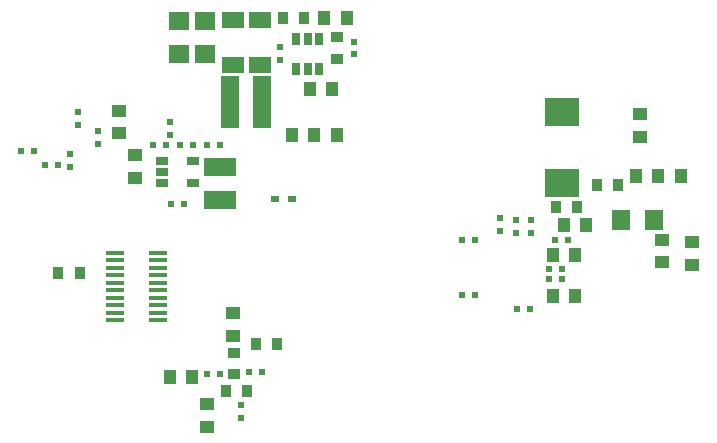
<source format=gbp>
G04*
G04 #@! TF.GenerationSoftware,Altium Limited,Altium Designer,18.1.6 (161)*
G04*
G04 Layer_Color=128*
%FSLAX44Y44*%
%MOMM*%
G71*
G01*
G75*
%ADD33R,0.6000X0.6000*%
%ADD34R,0.9000X1.0000*%
%ADD36R,1.0000X0.9000*%
%ADD37R,1.3000X1.0000*%
%ADD38R,0.6000X0.6000*%
%ADD39R,1.0000X1.3000*%
%ADD40R,1.6000X1.8000*%
%ADD43R,2.7000X1.6000*%
%ADD44R,1.6000X4.5000*%
%ADD45R,1.8000X1.6000*%
%ADD52R,3.0000X2.4000*%
%ADD67R,1.6000X0.4000*%
%ADD68R,1.6000X0.4000*%
%ADD159R,1.0000X0.7000*%
%ADD160R,1.0000X0.7000*%
%ADD161R,0.7000X1.0000*%
%ADD162R,1.9000X1.4000*%
%ADD163R,0.7500X0.5500*%
D33*
X164500Y380000D02*
D03*
X175500D02*
D03*
X63000Y375000D02*
D03*
X52000D02*
D03*
X483000Y241000D02*
D03*
X472000D02*
D03*
X510000Y266000D02*
D03*
X499000D02*
D03*
X436500Y299250D02*
D03*
X425500D02*
D03*
Y252750D02*
D03*
X436500D02*
D03*
X504500Y299500D02*
D03*
X515500D02*
D03*
X209500Y380000D02*
D03*
X220500D02*
D03*
X197750D02*
D03*
X186750D02*
D03*
X510000Y274500D02*
D03*
X499000D02*
D03*
X83500Y363000D02*
D03*
X72500D02*
D03*
X190500Y329500D02*
D03*
X179500D02*
D03*
X209500Y186000D02*
D03*
X220500D02*
D03*
X245000Y187500D02*
D03*
X256000D02*
D03*
D34*
X84000Y271500D02*
D03*
X102000D02*
D03*
X244000Y172000D02*
D03*
X226000D02*
D03*
X523000Y327000D02*
D03*
X505000D02*
D03*
X558000Y346000D02*
D03*
X540000D02*
D03*
X274000Y487000D02*
D03*
X292000D02*
D03*
X269000Y211000D02*
D03*
X251000D02*
D03*
D36*
X320000Y453000D02*
D03*
Y471000D02*
D03*
X233000Y186000D02*
D03*
Y204000D02*
D03*
D37*
X595000Y280500D02*
D03*
Y299500D02*
D03*
X149000Y352000D02*
D03*
Y371000D02*
D03*
X232000Y218500D02*
D03*
Y237500D02*
D03*
X210000Y160500D02*
D03*
Y141500D02*
D03*
X620500Y297500D02*
D03*
Y278500D02*
D03*
X576500Y406000D02*
D03*
Y387000D02*
D03*
X135500Y409000D02*
D03*
Y390000D02*
D03*
D38*
X484000Y305000D02*
D03*
Y316000D02*
D03*
X458000Y317750D02*
D03*
Y306750D02*
D03*
X94000Y372000D02*
D03*
Y361000D02*
D03*
X178500Y388500D02*
D03*
Y399500D02*
D03*
X117500Y391500D02*
D03*
Y380500D02*
D03*
X471750Y316000D02*
D03*
Y305000D02*
D03*
X272000Y463000D02*
D03*
Y452000D02*
D03*
X239000Y160000D02*
D03*
Y149000D02*
D03*
X334500Y456500D02*
D03*
Y467500D02*
D03*
X101000Y408000D02*
D03*
Y397000D02*
D03*
D39*
X300500Y388500D02*
D03*
X319500D02*
D03*
X281500D02*
D03*
X300500D02*
D03*
X502500Y287000D02*
D03*
X521500D02*
D03*
X512000Y312000D02*
D03*
X531000D02*
D03*
X573000Y353500D02*
D03*
X592000D02*
D03*
X502500Y252000D02*
D03*
X521500D02*
D03*
X316000Y427000D02*
D03*
X297000D02*
D03*
X328000Y487000D02*
D03*
X309000D02*
D03*
X611000Y353500D02*
D03*
X592000D02*
D03*
X197250Y183500D02*
D03*
X178250D02*
D03*
D40*
X560500Y316500D02*
D03*
X588500D02*
D03*
D43*
X221000Y333000D02*
D03*
Y361000D02*
D03*
D44*
X229500Y416000D02*
D03*
X256500D02*
D03*
D45*
X208500Y457000D02*
D03*
Y485000D02*
D03*
X186000D02*
D03*
Y457000D02*
D03*
D52*
X510500Y348000D02*
D03*
Y408000D02*
D03*
D67*
X132000Y231425D02*
D03*
X168000D02*
D03*
Y237775D02*
D03*
X132000D02*
D03*
X168000Y244125D02*
D03*
X132000D02*
D03*
X168000Y250475D02*
D03*
X132000D02*
D03*
X168000Y256825D02*
D03*
X132000D02*
D03*
D68*
X168000Y263175D02*
D03*
X132000D02*
D03*
X168000Y269525D02*
D03*
X132000D02*
D03*
X168000Y275875D02*
D03*
X132000D02*
D03*
X168000Y282225D02*
D03*
X132000D02*
D03*
X168000Y288575D02*
D03*
X132000D02*
D03*
D159*
X198000Y366500D02*
D03*
Y347500D02*
D03*
X172000Y366500D02*
D03*
Y357000D02*
D03*
D160*
Y347500D02*
D03*
D161*
X304500Y470000D02*
D03*
Y444000D02*
D03*
X295000D02*
D03*
X285500D02*
D03*
Y470000D02*
D03*
X295000D02*
D03*
D162*
X231500Y486000D02*
D03*
Y448000D02*
D03*
X255000Y486000D02*
D03*
Y448000D02*
D03*
D163*
X281500Y334500D02*
D03*
X267500D02*
D03*
M02*

</source>
